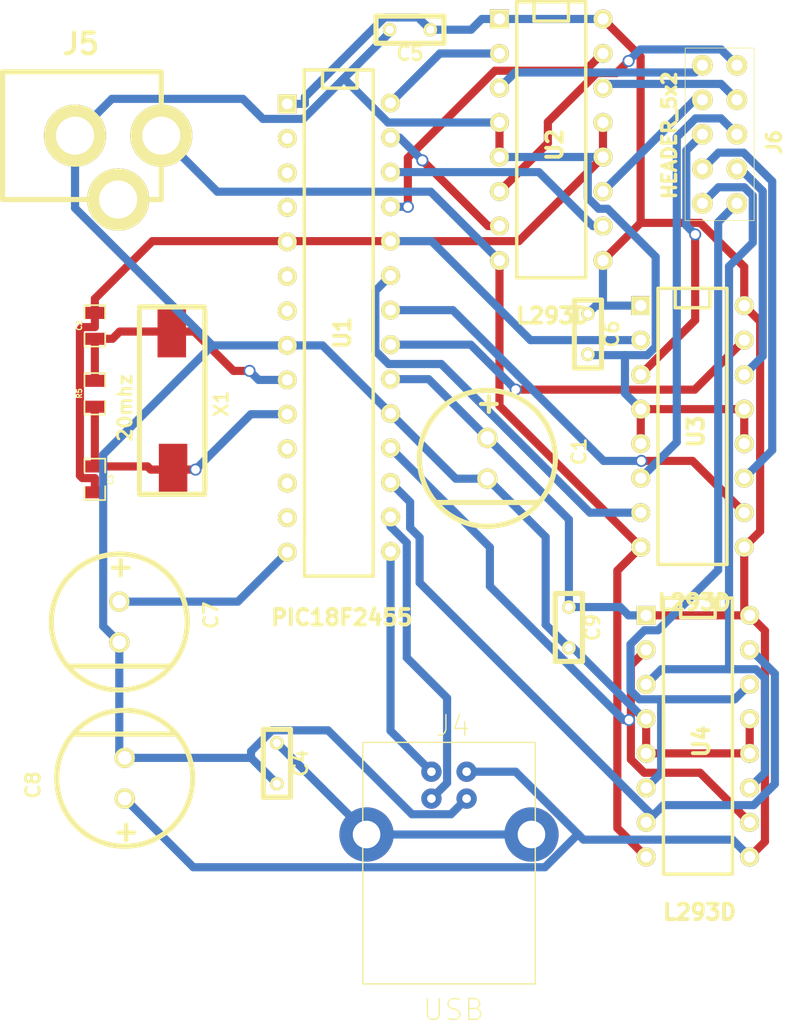
<source format=kicad_pcb>
(kicad_pcb (version 3) (host pcbnew "(2013-08-24 BZR 4298)-stable")

  (general
    (links 141)
    (no_connects 0)
    (area 36.417499 73.8904 94.64312 150.05653)
    (thickness 1.6)
    (drawings 0)
    (tracks 275)
    (zones 0)
    (modules 18)
    (nets 30)
  )

  (page A)
  (title_block
    (date "25 aug 2013")
  )

  (layers
    (15 Component signal)
    (0 Copper signal)
    (16 B.Adhes user)
    (17 F.Adhes user)
    (18 B.Paste user)
    (19 F.Paste user)
    (20 B.SilkS user)
    (21 F.SilkS user)
    (22 B.Mask user)
    (23 F.Mask user)
    (24 Dwgs.User user)
    (25 Cmts.User user)
    (26 Eco1.User user)
    (27 Eco2.User user)
    (28 Edge.Cuts user)
  )

  (setup
    (last_trace_width 0.5)
    (user_trace_width 0.5)
    (user_trace_width 0.6)
    (user_trace_width 0.7)
    (user_trace_width 0.8)
    (user_trace_width 0.9)
    (user_trace_width 1)
    (user_trace_width 1.5)
    (user_trace_width 2)
    (trace_clearance 0.3)
    (zone_clearance 0.508)
    (zone_45_only no)
    (trace_min 0.5)
    (segment_width 0.254)
    (edge_width 0.09906)
    (via_size 0.889)
    (via_drill 0.635)
    (via_min_size 0.889)
    (via_min_drill 0.508)
    (uvia_size 0.508)
    (uvia_drill 0.127)
    (uvias_allowed no)
    (uvia_min_size 0.508)
    (uvia_min_drill 0.127)
    (pcb_text_width 0.3048)
    (pcb_text_size 1.524 2.032)
    (mod_edge_width 0.127)
    (mod_text_size 1.524 1.524)
    (mod_text_width 0.09906)
    (pad_size 1.397 1.397)
    (pad_drill 0.8128)
    (pad_to_mask_clearance 0.2)
    (pad_to_paste_clearance_ratio -0.3)
    (aux_axis_origin 0 0)
    (visible_elements 7FFFFFFF)
    (pcbplotparams
      (layerselection 268992513)
      (usegerberextensions true)
      (excludeedgelayer true)
      (linewidth 0.100000)
      (plotframeref false)
      (viasonmask false)
      (mode 1)
      (useauxorigin false)
      (hpglpennumber 1)
      (hpglpenspeed 20)
      (hpglpendiameter 15)
      (hpglpenoverlay 2)
      (psnegative false)
      (psa4output false)
      (plotreference true)
      (plotvalue true)
      (plotothertext true)
      (plotinvisibletext false)
      (padsonsilk false)
      (subtractmaskfromsilk false)
      (outputformat 1)
      (mirror false)
      (drillshape 0)
      (scaleselection 1)
      (outputdirectory ""))
  )

  (net 0 "")
  (net 1 +5v)
  (net 2 /D+)
  (net 3 /D-)
  (net 4 /OSC1)
  (net 5 /OSC2)
  (net 6 /USB_SHELL)
  (net 7 /Vusb)
  (net 8 GND)
  (net 9 M1+)
  (net 10 M1-)
  (net 11 M2+)
  (net 12 M2-)
  (net 13 M3+)
  (net 14 M3-)
  (net 15 M4+)
  (net 16 M4-)
  (net 17 M5+)
  (net 18 M5-)
  (net 19 RB0)
  (net 20 RB1)
  (net 21 RB2)
  (net 22 RB3)
  (net 23 RB4)
  (net 24 RB5)
  (net 25 RB6)
  (net 26 RB7)
  (net 27 RC6)
  (net 28 RC7)
  (net 29 Vcc)

  (net_class Default "This is the default net class."
    (clearance 0.3)
    (trace_width 0.6)
    (via_dia 0.889)
    (via_drill 0.635)
    (uvia_dia 0.508)
    (uvia_drill 0.127)
    (add_net "")
    (add_net +5v)
    (add_net /D+)
    (add_net /D-)
    (add_net /OSC1)
    (add_net /OSC2)
    (add_net /USB_SHELL)
    (add_net /Vusb)
    (add_net GND)
    (add_net M1+)
    (add_net M1-)
    (add_net M2+)
    (add_net M2-)
    (add_net M3+)
    (add_net M3-)
    (add_net M4+)
    (add_net M4-)
    (add_net M5+)
    (add_net M5-)
    (add_net RB0)
    (add_net RB1)
    (add_net RB2)
    (add_net RB3)
    (add_net RB4)
    (add_net RB5)
    (add_net RB6)
    (add_net RB7)
    (add_net RC6)
    (add_net RC7)
    (add_net Vcc)
  )

  (net_class .5mm ""
    (clearance 0.3)
    (trace_width 0.5)
    (via_dia 0.889)
    (via_drill 0.635)
    (uvia_dia 0.508)
    (uvia_drill 0.127)
  )

  (net_class 1.5mm ""
    (clearance 0.3)
    (trace_width 1.5)
    (via_dia 0.889)
    (via_drill 0.635)
    (uvia_dia 0.508)
    (uvia_drill 0.127)
  )

  (net_class 1mm ""
    (clearance 0.3)
    (trace_width 1)
    (via_dia 0.889)
    (via_drill 0.635)
    (uvia_dia 0.508)
    (uvia_drill 0.127)
  )

  (module TED_DC_2.1mm (layer Component) (tedit 522C9BB5) (tstamp 522E547F)
    (at 42.75 84.6)
    (path /4C0428BF)
    (fp_text reference J5 (at -0.0762 -6.7564) (layer F.SilkS)
      (effects (font (thickness 0.3048)))
    )
    (fp_text value DC_2.1MM (at 1.1684 8.7122) (layer F.SilkS) hide
      (effects (font (thickness 0.3048)))
    )
    (fp_line (start -5.842 -4.699) (end -5.842 4.699) (layer F.SilkS) (width 0.381))
    (fp_line (start -5.842 4.699) (end 5.842 4.699) (layer F.SilkS) (width 0.381))
    (fp_line (start 5.842 4.699) (end 5.842 -4.699) (layer F.SilkS) (width 0.381))
    (fp_line (start 5.842 -4.699) (end -5.842 -4.699) (layer F.SilkS) (width 0.381))
    (pad 1 thru_hole circle (at 5.842 0) (size 4.572 4.572) (drill 2.8)
      (layers *.Mask Copper F.SilkS)
      (net 29 Vcc)
      (clearance 1)
    )
    (pad 2 thru_hole circle (at -0.508 0) (size 4.572 4.572) (drill 2.8)
      (layers *.Mask Copper F.SilkS)
      (net 8 GND)
      (clearance 1)
    )
    (pad 3 thru_hole circle (at 2.667 4.699) (size 4.572 4.572) (drill 2.8)
      (layers *.Mask Copper F.SilkS)
      (clearance 1)
    )
  )

  (module TED_ceramic_radial_5mm (layer Component) (tedit 522C9B09) (tstamp 522E5476)
    (at 78.6 120.8 270)
    (descr "Condensateur e = 1 pas")
    (tags C)
    (path /522E26C4)
    (fp_text reference C9 (at 0 -1.75 270) (layer F.SilkS)
      (effects (font (size 1.016 1.016) (thickness 0.2032)))
    )
    (fp_text value ".1 uF" (at 0.25 2 270) (layer F.SilkS) hide
      (effects (font (size 1.016 1.016) (thickness 0.2032)))
    )
    (fp_line (start 2.5 1) (end -2.5 1) (layer F.SilkS) (width 0.381))
    (fp_line (start -2.5 -1) (end 2.5 -1) (layer F.SilkS) (width 0.381))
    (fp_line (start 2.5 -1) (end 2.5 1) (layer F.SilkS) (width 0.381))
    (fp_line (start -2.5 1) (end -2.5 -1) (layer F.SilkS) (width 0.381))
    (pad 1 thru_hole circle (at -1.5 0 270) (size 1 1) (drill 0.6)
      (layers *.Mask Copper F.SilkS)
      (net 1 +5v)
      (clearance 1)
    )
    (pad 2 thru_hole circle (at 1.5 0 270) (size 1 1) (drill 0.6)
      (layers *.Mask Copper F.SilkS)
      (net 8 GND)
      (clearance 1)
    )
    (model discret/capa_1_pas.wrl
      (at (xyz 0 0 0))
      (scale (xyz 1 1 1))
      (rotate (xyz 0 0 0))
    )
  )

  (module TED_C_RADIAL_ELECTROLYTIC_5mm (layer Component) (tedit 522C9B3A) (tstamp 522E546E)
    (at 45.9 131.9 90)
    (descr "Condensateur e = 1 pas")
    (tags C)
    (path /4B3B18A6)
    (fp_text reference C8 (at -0.5 -6.75 90) (layer F.SilkS)
      (effects (font (size 1.016 1.016) (thickness 0.2032)))
    )
    (fp_text value 10uF (at 0 7.25 90) (layer F.SilkS) hide
      (effects (font (size 1.016 1.016) (thickness 0.2032)))
    )
    (fp_line (start 3.25 -3.75) (end 3.25 3.75) (layer F.SilkS) (width 0.381))
    (fp_circle (center 0 0) (end 5 0.25) (layer F.SilkS) (width 0.381))
    (fp_text user + (at -4 0 90) (layer F.SilkS)
      (effects (font (thickness 0.3048)))
    )
    (pad 1 thru_hole circle (at -1.5 0 90) (size 1.5 1.5) (drill 1)
      (layers *.Mask Copper F.SilkS)
      (net 1 +5v)
      (clearance 0.75)
    )
    (pad 2 thru_hole circle (at 1.5 0 90) (size 1.5 1.5) (drill 1)
      (layers *.Mask Copper F.SilkS)
      (net 8 GND)
      (clearance 0.75)
    )
    (model discret/capa_1_pas.wrl
      (at (xyz 0 0 0))
      (scale (xyz 1 1 1))
      (rotate (xyz 0 0 0))
    )
  )

  (module TED_C_RADIAL_ELECTROLYTIC_5mm (layer Component) (tedit 522C9B3A) (tstamp 522E5466)
    (at 45.5 120.4 270)
    (descr "Condensateur e = 1 pas")
    (tags C)
    (path /4B3B18ED)
    (fp_text reference C7 (at -0.5 -6.75 270) (layer F.SilkS)
      (effects (font (size 1.016 1.016) (thickness 0.2032)))
    )
    (fp_text value .47uF (at 0 7.25 270) (layer F.SilkS) hide
      (effects (font (size 1.016 1.016) (thickness 0.2032)))
    )
    (fp_line (start 3.25 -3.75) (end 3.25 3.75) (layer F.SilkS) (width 0.381))
    (fp_circle (center 0 0) (end 5 0.25) (layer F.SilkS) (width 0.381))
    (fp_text user + (at -4 0 270) (layer F.SilkS)
      (effects (font (thickness 0.3048)))
    )
    (pad 1 thru_hole circle (at -1.5 0 270) (size 1.5 1.5) (drill 1)
      (layers *.Mask Copper F.SilkS)
      (net 7 /Vusb)
      (clearance 0.75)
    )
    (pad 2 thru_hole circle (at 1.5 0 270) (size 1.5 1.5) (drill 1)
      (layers *.Mask Copper F.SilkS)
      (net 8 GND)
      (clearance 0.75)
    )
    (model discret/capa_1_pas.wrl
      (at (xyz 0 0 0))
      (scale (xyz 1 1 1))
      (rotate (xyz 0 0 0))
    )
  )

  (module TED_ceramic_radial_5mm (layer Component) (tedit 522C9B09) (tstamp 522E5465)
    (at 80 99.2 270)
    (descr "Condensateur e = 1 pas")
    (tags C)
    (path /522E2BAC)
    (fp_text reference C6 (at 0 -1.75 270) (layer F.SilkS)
      (effects (font (size 1.016 1.016) (thickness 0.2032)))
    )
    (fp_text value ".1 uF" (at 0.25 2 270) (layer F.SilkS) hide
      (effects (font (size 1.016 1.016) (thickness 0.2032)))
    )
    (fp_line (start 2.5 1) (end -2.5 1) (layer F.SilkS) (width 0.381))
    (fp_line (start -2.5 -1) (end 2.5 -1) (layer F.SilkS) (width 0.381))
    (fp_line (start 2.5 -1) (end 2.5 1) (layer F.SilkS) (width 0.381))
    (fp_line (start -2.5 1) (end -2.5 -1) (layer F.SilkS) (width 0.381))
    (pad 1 thru_hole circle (at -1.5 0 270) (size 1 1) (drill 0.6)
      (layers *.Mask Copper F.SilkS)
      (net 1 +5v)
      (clearance 1)
    )
    (pad 2 thru_hole circle (at 1.5 0 270) (size 1 1) (drill 0.6)
      (layers *.Mask Copper F.SilkS)
      (net 8 GND)
      (clearance 1)
    )
    (model discret/capa_1_pas.wrl
      (at (xyz 0 0 0))
      (scale (xyz 1 1 1))
      (rotate (xyz 0 0 0))
    )
  )

  (module TED_ceramic_radial_5mm (layer Component) (tedit 522C9B09) (tstamp 522E545B)
    (at 66.9 76.8 180)
    (descr "Condensateur e = 1 pas")
    (tags C)
    (path /522E2C66)
    (fp_text reference C5 (at 0 -1.75 180) (layer F.SilkS)
      (effects (font (size 1.016 1.016) (thickness 0.2032)))
    )
    (fp_text value ".1 uF" (at 0.25 2 180) (layer F.SilkS) hide
      (effects (font (size 1.016 1.016) (thickness 0.2032)))
    )
    (fp_line (start 2.5 1) (end -2.5 1) (layer F.SilkS) (width 0.381))
    (fp_line (start -2.5 -1) (end 2.5 -1) (layer F.SilkS) (width 0.381))
    (fp_line (start 2.5 -1) (end 2.5 1) (layer F.SilkS) (width 0.381))
    (fp_line (start -2.5 1) (end -2.5 -1) (layer F.SilkS) (width 0.381))
    (pad 1 thru_hole circle (at -1.5 0 180) (size 1 1) (drill 0.6)
      (layers *.Mask Copper F.SilkS)
      (net 1 +5v)
      (clearance 1)
    )
    (pad 2 thru_hole circle (at 1.5 0 180) (size 1 1) (drill 0.6)
      (layers *.Mask Copper F.SilkS)
      (net 8 GND)
      (clearance 1)
    )
    (model discret/capa_1_pas.wrl
      (at (xyz 0 0 0))
      (scale (xyz 1 1 1))
      (rotate (xyz 0 0 0))
    )
  )

  (module TED_ceramic_radial_5mm (layer Component) (tedit 522C9B09) (tstamp 522E5449)
    (at 57.1 130.8 270)
    (descr "Condensateur e = 1 pas")
    (tags C)
    (path /4B07A1B2)
    (fp_text reference C4 (at 0 -1.75 270) (layer F.SilkS)
      (effects (font (size 1.016 1.016) (thickness 0.2032)))
    )
    (fp_text value .1uF (at 0.25 2 270) (layer F.SilkS) hide
      (effects (font (size 1.016 1.016) (thickness 0.2032)))
    )
    (fp_line (start 2.5 1) (end -2.5 1) (layer F.SilkS) (width 0.381))
    (fp_line (start -2.5 -1) (end 2.5 -1) (layer F.SilkS) (width 0.381))
    (fp_line (start 2.5 -1) (end 2.5 1) (layer F.SilkS) (width 0.381))
    (fp_line (start -2.5 1) (end -2.5 -1) (layer F.SilkS) (width 0.381))
    (pad 1 thru_hole circle (at -1.5 0 270) (size 1 1) (drill 0.6)
      (layers *.Mask Copper F.SilkS)
      (net 6 /USB_SHELL)
      (clearance 1)
    )
    (pad 2 thru_hole circle (at 1.5 0 270) (size 1 1) (drill 0.6)
      (layers *.Mask Copper F.SilkS)
      (net 8 GND)
      (clearance 1)
    )
    (model discret/capa_1_pas.wrl
      (at (xyz 0 0 0))
      (scale (xyz 1 1 1))
      (rotate (xyz 0 0 0))
    )
  )

  (module TED_C_RADIAL_ELECTROLYTIC_5mm (layer Component) (tedit 522C9B3A) (tstamp 522E5441)
    (at 72.6 108.35 270)
    (descr "Condensateur e = 1 pas")
    (tags C)
    (path /4AE126E3)
    (fp_text reference C1 (at -0.5 -6.75 270) (layer F.SilkS)
      (effects (font (size 1.016 1.016) (thickness 0.2032)))
    )
    (fp_text value 10uF (at 0 7.25 270) (layer F.SilkS) hide
      (effects (font (size 1.016 1.016) (thickness 0.2032)))
    )
    (fp_line (start 3.25 -3.75) (end 3.25 3.75) (layer F.SilkS) (width 0.381))
    (fp_circle (center 0 0) (end 5 0.25) (layer F.SilkS) (width 0.381))
    (fp_text user + (at -4 0 270) (layer F.SilkS)
      (effects (font (thickness 0.3048)))
    )
    (pad 1 thru_hole circle (at -1.5 0 270) (size 1.5 1.5) (drill 1)
      (layers *.Mask Copper F.SilkS)
      (net 1 +5v)
      (clearance 0.75)
    )
    (pad 2 thru_hole circle (at 1.5 0 270) (size 1.5 1.5) (drill 1)
      (layers *.Mask Copper F.SilkS)
      (net 8 GND)
      (clearance 0.75)
    )
    (model discret/capa_1_pas.wrl
      (at (xyz 0 0 0))
      (scale (xyz 1 1 1))
      (rotate (xyz 0 0 0))
    )
  )

  (module TED_SM0805 (layer Component) (tedit 522E5F71) (tstamp 4AE127E1)
    (at 43.7 98.6 90)
    (path /4AE127E1)
    (attr smd)
    (fp_text reference C2 (at 0.0254 -1.14808 90) (layer F.SilkS)
      (effects (font (size 0.381 0.381) (thickness 0.09398)))
    )
    (fp_text value 18pF (at 0.10668 1.19888 90) (layer F.SilkS) hide
      (effects (font (size 0.381 0.381) (thickness 0.09398)))
    )
    (fp_line (start -0.508 0.762) (end -1.524 0.762) (layer F.SilkS) (width 0.127))
    (fp_line (start -1.524 0.762) (end -1.524 -0.762) (layer F.SilkS) (width 0.127))
    (fp_line (start -1.524 -0.762) (end -0.508 -0.762) (layer F.SilkS) (width 0.127))
    (fp_line (start 0.508 -0.762) (end 1.524 -0.762) (layer F.SilkS) (width 0.127))
    (fp_line (start 1.524 -0.762) (end 1.524 0.762) (layer F.SilkS) (width 0.127))
    (fp_line (start 1.524 0.762) (end 0.508 0.762) (layer F.SilkS) (width 0.127))
    (pad 1 smd rect (at -0.9525 0 90) (size 0.889 1.397)
      (layers Component F.Paste F.Mask)
      (net 4 /OSC1)
    )
    (pad 2 smd rect (at 0.9525 0 90) (size 0.889 1.397)
      (layers Component F.Paste F.Mask)
      (net 8 GND)
    )
    (model smd/chip_cms.wrl
      (at (xyz 0 0 0))
      (scale (xyz 0.1 0.1 0.1))
      (rotate (xyz 0 0 0))
    )
  )

  (module TED_SM0805 (layer Component) (tedit 522E5F71) (tstamp 4AE127E6)
    (at 43.7 109.9 270)
    (path /4AE127E6)
    (attr smd)
    (fp_text reference C3 (at 0.0254 -1.14808 270) (layer F.SilkS)
      (effects (font (size 0.381 0.381) (thickness 0.09398)))
    )
    (fp_text value 18pF (at 0.10668 1.19888 270) (layer F.SilkS) hide
      (effects (font (size 0.381 0.381) (thickness 0.09398)))
    )
    (fp_line (start -0.508 0.762) (end -1.524 0.762) (layer F.SilkS) (width 0.127))
    (fp_line (start -1.524 0.762) (end -1.524 -0.762) (layer F.SilkS) (width 0.127))
    (fp_line (start -1.524 -0.762) (end -0.508 -0.762) (layer F.SilkS) (width 0.127))
    (fp_line (start 0.508 -0.762) (end 1.524 -0.762) (layer F.SilkS) (width 0.127))
    (fp_line (start 1.524 -0.762) (end 1.524 0.762) (layer F.SilkS) (width 0.127))
    (fp_line (start 1.524 0.762) (end 0.508 0.762) (layer F.SilkS) (width 0.127))
    (pad 1 smd rect (at -0.9525 0 270) (size 0.889 1.397)
      (layers Component F.Paste F.Mask)
      (net 5 /OSC2)
    )
    (pad 2 smd rect (at 0.9525 0 270) (size 0.889 1.397)
      (layers Component F.Paste F.Mask)
      (net 8 GND)
    )
    (model smd/chip_cms.wrl
      (at (xyz 0 0 0))
      (scale (xyz 0.1 0.1 0.1))
      (rotate (xyz 0 0 0))
    )
  )

  (module TED_crystal_SMT_13x5mm (layer Component) (tedit 4C13C050) (tstamp 4AE126A1)
    (at 49.4 104.1 270)
    (path /4AE126A1)
    (fp_text reference X1 (at 0.2286 -3.60172 270) (layer F.SilkS)
      (effects (font (size 1.00076 1.00076) (thickness 0.20066)))
    )
    (fp_text value 20mhz (at 0.5334 3.47472 270) (layer F.SilkS)
      (effects (font (size 1.00076 1.00076) (thickness 0.20066)))
    )
    (fp_line (start 6.89356 -2.3876) (end 6.89356 2.41808) (layer F.SilkS) (width 0.381))
    (fp_line (start -6.89356 -2.37236) (end -6.89356 2.43332) (layer F.SilkS) (width 0.381))
    (fp_line (start -6.59892 2.41808) (end 6.61416 2.41808) (layer F.SilkS) (width 0.381))
    (fp_line (start -6.604 -2.40284) (end 6.60908 -2.40284) (layer F.SilkS) (width 0.381))
    (pad 1 smd rect (at -5.08 0.03556 270) (size 3.79984 2.10058)
      (layers Component F.Paste F.Mask)
      (net 4 /OSC1)
    )
    (pad 2 smd rect (at 5.08 -0.06096 270) (size 3.79984 2.10058)
      (layers Component F.Paste F.Mask)
      (net 5 /OSC2)
    )
  )

  (module TED_SM0805 (layer Component) (tedit 522E5F71) (tstamp 4B3B1861)
    (at 43.7 103.6 90)
    (path /4B3B1861)
    (attr smd)
    (fp_text reference R5 (at 0.0254 -1.14808 90) (layer F.SilkS)
      (effects (font (size 0.381 0.381) (thickness 0.09398)))
    )
    (fp_text value 1M (at 0.10668 1.19888 90) (layer F.SilkS) hide
      (effects (font (size 0.381 0.381) (thickness 0.09398)))
    )
    (fp_line (start -0.508 0.762) (end -1.524 0.762) (layer F.SilkS) (width 0.127))
    (fp_line (start -1.524 0.762) (end -1.524 -0.762) (layer F.SilkS) (width 0.127))
    (fp_line (start -1.524 -0.762) (end -0.508 -0.762) (layer F.SilkS) (width 0.127))
    (fp_line (start 0.508 -0.762) (end 1.524 -0.762) (layer F.SilkS) (width 0.127))
    (fp_line (start 1.524 -0.762) (end 1.524 0.762) (layer F.SilkS) (width 0.127))
    (fp_line (start 1.524 0.762) (end 0.508 0.762) (layer F.SilkS) (width 0.127))
    (pad 1 smd rect (at -0.9525 0 90) (size 0.889 1.397)
      (layers Component F.Paste F.Mask)
      (net 5 /OSC2)
    )
    (pad 2 smd rect (at 0.9525 0 90) (size 0.889 1.397)
      (layers Component F.Paste F.Mask)
      (net 4 /OSC1)
    )
    (model smd/chip_cms.wrl
      (at (xyz 0 0 0))
      (scale (xyz 0.1 0.1 0.1))
      (rotate (xyz 0 0 0))
    )
  )

  (module TED_HEADER_5x2 (layer Component) (tedit 523861B9) (tstamp 5219732B)
    (at 89.7 84.5 270)
    (path /5219732B)
    (fp_text reference J6 (at 0.57658 -4.00812 270) (layer F.SilkS)
      (effects (font (size 1.016 1.016) (thickness 0.254)))
    )
    (fp_text value HEADER_5x2 (at 0.07366 3.70332 270) (layer F.SilkS)
      (effects (font (size 1.016 1.016) (thickness 0.254)))
    )
    (fp_line (start 6.35 2.54) (end -6.35 2.54) (layer F.SilkS) (width 0.0508))
    (fp_line (start -6.35 2.54) (end -6.35 -2.54) (layer F.SilkS) (width 0.0508))
    (fp_line (start -6.35 -2.54) (end 6.35 -2.54) (layer F.SilkS) (width 0.0508))
    (fp_line (start 6.35 -2.54) (end 6.35 2.54) (layer F.SilkS) (width 0.0508))
    (pad 1 thru_hole circle (at -5.08 1.27 270) (size 1.524 1.524) (drill 0.8128)
      (layers *.Mask Copper F.SilkS)
      (net 9 M1+)
      (clearance 0.3)
    )
    (pad 2 thru_hole circle (at -2.54 1.27 270) (size 1.524 1.524) (drill 0.8128)
      (layers *.Mask Copper F.SilkS)
      (net 11 M2+)
      (clearance 0.3)
    )
    (pad 3 thru_hole circle (at 0 1.27 270) (size 1.524 1.524) (drill 0.8128)
      (layers *.Mask Copper F.SilkS)
      (net 13 M3+)
      (clearance 0.3)
    )
    (pad 4 thru_hole circle (at 2.54 1.27 270) (size 1.524 1.524) (drill 0.8128)
      (layers *.Mask Copper F.SilkS)
      (net 15 M4+)
      (clearance 0.3)
    )
    (pad 5 thru_hole circle (at 5.08 1.27 270) (size 1.524 1.524) (drill 0.8128)
      (layers *.Mask Copper F.SilkS)
      (net 17 M5+)
      (clearance 0.3)
    )
    (pad 6 thru_hole circle (at 5.08 -1.27 270) (size 1.524 1.524) (drill 0.8128)
      (layers *.Mask Copper F.SilkS)
      (net 18 M5-)
      (clearance 0.3)
    )
    (pad 7 thru_hole circle (at 2.54 -1.27 270) (size 1.524 1.524) (drill 0.8128)
      (layers *.Mask Copper F.SilkS)
      (net 16 M4-)
      (clearance 0.3)
    )
    (pad 8 thru_hole circle (at 0 -1.27 270) (size 1.524 1.524) (drill 0.8128)
      (layers *.Mask Copper F.SilkS)
      (net 14 M3-)
      (clearance 0.3)
    )
    (pad 9 thru_hole circle (at -2.54 -1.27 270) (size 1.524 1.524) (drill 0.8128)
      (layers *.Mask Copper F.SilkS)
      (net 12 M2-)
      (clearance 0.3)
    )
    (pad 10 thru_hole circle (at -5.08 -1.27 270) (size 1.524 1.524) (drill 0.8128)
      (layers *.Mask Copper F.SilkS)
      (net 10 M1-)
      (clearance 0.3)
    )
  )

  (module TED_DIP-28 (layer Component) (tedit 5238609E) (tstamp 4BB06042)
    (at 61.6752 98.7338 270)
    (descr "14 pins DIL package, round pads")
    (tags DIL)
    (path /4BB06042)
    (fp_text reference U1 (at 0.381 -0.254 270) (layer F.SilkS)
      (effects (font (size 1.143 1.143) (thickness 0.28702)))
    )
    (fp_text value PIC18F2455 (at 21.336 -0.20828 360) (layer F.SilkS)
      (effects (font (size 1.143 1.143) (thickness 0.28448)))
    )
    (fp_line (start -18.9738 -2.51968) (end 18.31848 -2.5146) (layer F.SilkS) (width 0.254))
    (fp_line (start 18.3134 2.53492) (end -18.9992 2.56032) (layer F.SilkS) (width 0.254))
    (fp_line (start -19.00936 -2.45872) (end -18.95348 -2.45872) (layer F.SilkS) (width 0.127))
    (fp_line (start -18.9738 2.55016) (end -18.9738 -2.52984) (layer F.SilkS) (width 0.254))
    (fp_line (start -18.90268 -1.32588) (end -17.63268 -1.32588) (layer F.SilkS) (width 0.254))
    (fp_line (start -17.63268 -1.32588) (end -17.63268 1.21412) (layer F.SilkS) (width 0.254))
    (fp_line (start -17.63268 1.21412) (end -18.90268 1.21412) (layer F.SilkS) (width 0.254))
    (fp_line (start 18.288 -2.54) (end 18.288 2.54) (layer F.SilkS) (width 0.254))
    (pad 21 thru_hole circle (at 1.24968 -3.79476 270) (size 1.397 1.397) (drill 0.8)
      (layers *.Mask Copper F.SilkS)
      (net 19 RB0)
      (clearance 0.3)
    )
    (pad 20 thru_hole circle (at 3.78968 -3.79476 270) (size 1.397 1.397) (drill 0.8)
      (layers *.Mask Copper F.SilkS)
      (net 1 +5v)
      (clearance 0.3)
    )
    (pad 22 thru_hole circle (at -1.29032 -3.79476 270) (size 1.397 1.397) (drill 0.8)
      (layers *.Mask Copper F.SilkS)
      (net 20 RB1)
      (clearance 0.3)
    )
    (pad 23 thru_hole circle (at -3.83032 -3.79476 270) (size 1.397 1.397) (drill 0.8)
      (layers *.Mask Copper F.SilkS)
      (net 21 RB2)
      (clearance 0.3)
    )
    (pad 24 thru_hole circle (at -6.37032 -3.79476 270) (size 1.397 1.397) (drill 0.8)
      (layers *.Mask Copper F.SilkS)
      (net 22 RB3)
      (clearance 0.3)
    )
    (pad 25 thru_hole circle (at -8.91032 -3.79476 270) (size 1.397 1.397) (drill 0.8)
      (layers *.Mask Copper F.SilkS)
      (net 23 RB4)
      (clearance 0.3)
    )
    (pad 26 thru_hole circle (at -11.45032 -3.79476 270) (size 1.397 1.397) (drill 0.8)
      (layers *.Mask Copper F.SilkS)
      (net 24 RB5)
      (clearance 0.3)
    )
    (pad 27 thru_hole circle (at -13.99032 -3.79476 270) (size 1.397 1.397) (drill 0.8)
      (layers *.Mask Copper F.SilkS)
      (net 25 RB6)
      (clearance 0.3)
    )
    (pad 19 thru_hole circle (at 6.31444 -3.79476 270) (size 1.397 1.397) (drill 0.8)
      (layers *.Mask Copper F.SilkS)
      (net 8 GND)
      (clearance 0.3)
    )
    (pad 18 thru_hole circle (at 8.85444 -3.79476 270) (size 1.397 1.397) (drill 0.8)
      (layers *.Mask Copper F.SilkS)
      (net 28 RC7)
      (clearance 0.3)
    )
    (pad 17 thru_hole circle (at 11.39444 -3.79476 270) (size 1.397 1.397) (drill 0.8)
      (layers *.Mask Copper F.SilkS)
      (net 27 RC6)
      (clearance 0.3)
    )
    (pad 15 thru_hole circle (at 16.47444 -3.79476 270) (size 1.397 1.397) (drill 0.8)
      (layers *.Mask Copper F.SilkS)
      (net 3 /D-)
      (clearance 0.3)
    )
    (pad 16 thru_hole circle (at 13.93444 -3.79476 270) (size 1.397 1.397) (drill 0.8)
      (layers *.Mask Copper F.SilkS)
      (net 2 /D+)
      (clearance 0.3)
    )
    (pad 13 thru_hole circle (at 13.99032 3.81 270) (size 1.397 1.397) (drill 0.8)
      (layers *.Mask Copper F.SilkS)
      (clearance 0.3)
    )
    (pad 14 thru_hole circle (at 16.53032 3.81 270) (size 1.397 1.397) (drill 0.8)
      (layers *.Mask Copper F.SilkS)
      (net 7 /Vusb)
      (clearance 0.3)
    )
    (pad 12 thru_hole circle (at 11.45032 3.81 270) (size 1.397 1.397) (drill 0.8)
      (layers *.Mask Copper F.SilkS)
      (clearance 0.3)
    )
    (pad 11 thru_hole circle (at 8.91032 3.81 270) (size 1.397 1.397) (drill 0.8)
      (layers *.Mask Copper F.SilkS)
      (clearance 0.3)
    )
    (pad 10 thru_hole circle (at 6.37032 3.81 270) (size 1.397 1.397) (drill 0.8)
      (layers *.Mask Copper F.SilkS)
      (net 5 /OSC2)
      (clearance 0.3)
    )
    (pad 28 thru_hole circle (at -16.54048 -3.7846 270) (size 1.397 1.397) (drill 0.8)
      (layers *.Mask Copper F.SilkS)
      (net 26 RB7)
      (clearance 0.3)
    )
    (pad 1 thru_hole rect (at -16.47444 3.81 270) (size 1.397 1.397) (drill 0.8)
      (layers *.Mask Copper F.SilkS)
      (net 1 +5v)
      (clearance 0.3)
    )
    (pad 2 thru_hole circle (at -13.93444 3.81 270) (size 1.397 1.397) (drill 0.8)
      (layers *.Mask Copper F.SilkS)
      (clearance 0.3)
    )
    (pad 3 thru_hole circle (at -11.39444 3.81 270) (size 1.397 1.397) (drill 0.8)
      (layers *.Mask Copper F.SilkS)
      (clearance 0.3)
    )
    (pad 4 thru_hole circle (at -8.85444 3.81 270) (size 1.397 1.397) (drill 0.8)
      (layers *.Mask Copper F.SilkS)
      (clearance 0.3)
    )
    (pad 5 thru_hole circle (at -6.31444 3.81 270) (size 1.397 1.397) (drill 0.8)
      (layers *.Mask Copper F.SilkS)
      (clearance 0.3)
    )
    (pad 6 thru_hole circle (at -3.77444 3.81 270) (size 1.397 1.397) (drill 0.8)
      (layers *.Mask Copper F.SilkS)
      (clearance 0.3)
    )
    (pad 7 thru_hole circle (at -1.23444 3.81 270) (size 1.397 1.397) (drill 0.8)
      (layers *.Mask Copper F.SilkS)
      (clearance 0.3)
    )
    (pad 9 thru_hole circle (at 3.84556 3.81 270) (size 1.397 1.397) (drill 0.8)
      (layers *.Mask Copper F.SilkS)
      (net 4 /OSC1)
      (clearance 0.3)
    )
    (pad 8 thru_hole circle (at 1.30556 3.81 270) (size 1.397 1.397) (drill 0.8)
      (layers *.Mask Copper F.SilkS)
      (net 8 GND)
      (clearance 0.3)
    )
    (model dil/dil_14.wrl
      (at (xyz 0 0 0))
      (scale (xyz 1 1 1))
      (rotate (xyz 0 0 0))
    )
  )

  (module TED_USB-B_On_Component_Side (layer Component) (tedit 4AFB8F35) (tstamp 522E5992)
    (at 69.775 138.15)
    (path /4B07A153)
    (fp_text reference J4 (at 0.2794 -10.1092) (layer F.SilkS)
      (effects (font (thickness 0.09906)))
    )
    (fp_text value USB (at 0.3302 10.795) (layer F.SilkS)
      (effects (font (thickness 0.09906)))
    )
    (fp_line (start -6.35 -8.89) (end 6.35 -8.89) (layer F.SilkS) (width 0.09906))
    (fp_line (start 6.35 -8.89) (end 6.35 8.89) (layer F.SilkS) (width 0.09906))
    (fp_line (start 6.35 8.89) (end -6.35 8.89) (layer F.SilkS) (width 0.09906))
    (fp_line (start -6.35 8.89) (end -6.35 -8.89) (layer F.SilkS) (width 0.09906))
    (pad 1 thru_hole circle (at 1.2954 -6.731) (size 1.4986 1.4986) (drill 0.635)
      (layers Copper)
      (net 1 +5v)
    )
    (pad 2 thru_hole circle (at -1.2954 -6.731) (size 1.4986 1.4986) (drill 0.635)
      (layers Copper)
      (net 3 /D-)
    )
    (pad 3 thru_hole circle (at -1.2954 -4.7498) (size 1.4986 1.4986) (drill 0.635)
      (layers Copper)
      (net 2 /D+)
    )
    (pad 4 thru_hole circle (at 1.2954 -4.7498) (size 1.4986 1.4986) (drill 0.635)
      (layers Copper)
      (net 8 GND)
    )
    (pad 5 thru_hole circle (at 6.0706 -2.1082) (size 4.0005 4.0005) (drill 2.032)
      (layers Copper)
      (net 6 /USB_SHELL)
    )
    (pad 5 thru_hole circle (at -6.0706 -2.1082) (size 4.0005 4.0005) (drill 2.032)
      (layers Copper)
      (net 6 /USB_SHELL)
    )
  )

  (module TED_DIP-16 (layer Component) (tedit 52386A53) (tstamp 522E5489)
    (at 77.3 84.9 270)
    (descr "14 pins DIL package, round pads")
    (tags DIL)
    (path /522E2C4C)
    (fp_text reference U2 (at 0.381 -0.254 270) (layer F.SilkS)
      (effects (font (size 1.143 1.143) (thickness 0.28575)))
    )
    (fp_text value L293D (at 12.954 -0.127 360) (layer F.SilkS)
      (effects (font (size 1.143 1.143) (thickness 0.28448)))
    )
    (fp_line (start -10.16 2.54) (end 10.16 2.54) (layer F.SilkS) (width 0.254))
    (fp_line (start -10.16 -2.54) (end 10.16 -2.54) (layer F.SilkS) (width 0.254))
    (fp_line (start -10.16 2.54) (end -10.16 -2.54) (layer F.SilkS) (width 0.254))
    (fp_line (start -10.003 -1.27) (end -8.733 -1.27) (layer F.SilkS) (width 0.254))
    (fp_line (start -8.733 -1.27) (end -8.733 1.27) (layer F.SilkS) (width 0.254))
    (fp_line (start -8.733 1.27) (end -10.003 1.27) (layer F.SilkS) (width 0.254))
    (fp_line (start 10.16 -2.54) (end 10.16 2.54) (layer F.SilkS) (width 0.254))
    (pad 13 thru_hole circle (at -1.27 -3.81 270) (size 1.397 1.397) (drill 0.8128)
      (layers *.Mask Copper F.SilkS)
      (net 8 GND)
      (clearance 0.3)
    )
    (pad 12 thru_hole circle (at 1.27 -3.81 270) (size 1.397 1.397) (drill 0.8128)
      (layers *.Mask Copper F.SilkS)
      (net 8 GND)
      (clearance 0.3)
    )
    (pad 11 thru_hole circle (at 3.81 -3.81 270) (size 1.397 1.397) (drill 0.8128)
      (layers *.Mask Copper F.SilkS)
      (net 11 M2+)
      (clearance 0.3)
    )
    (pad 10 thru_hole circle (at 6.35 -3.81 270) (size 1.397 1.397) (drill 0.8128)
      (layers *.Mask Copper F.SilkS)
      (net 24 RB5)
      (clearance 0.3)
    )
    (pad 9 thru_hole circle (at 8.89 -3.81 270) (size 1.397 1.397) (drill 0.8128)
      (layers *.Mask Copper F.SilkS)
      (net 1 +5v)
      (clearance 0.3)
    )
    (pad 16 thru_hole circle (at -8.89 -3.81 270) (size 1.397 1.397) (drill 0.8128)
      (layers *.Mask Copper F.SilkS)
      (net 1 +5v)
      (clearance 0.3)
    )
    (pad 15 thru_hole circle (at -6.35 -3.81 270) (size 1.397 1.397) (drill 0.8128)
      (layers *.Mask Copper F.SilkS)
      (net 23 RB4)
      (clearance 0.3)
    )
    (pad 1 thru_hole rect (at -8.89 3.81 270) (size 1.397 1.397) (drill 0.8128)
      (layers *.Mask Copper F.SilkS)
      (net 1 +5v)
      (clearance 0.3)
    )
    (pad 2 thru_hole circle (at -6.35 3.81 270) (size 1.397 1.397) (drill 0.8128)
      (layers *.Mask Copper F.SilkS)
      (net 26 RB7)
      (clearance 0.3)
    )
    (pad 3 thru_hole circle (at -3.81 3.81 270) (size 1.397 1.397) (drill 0.8128)
      (layers *.Mask Copper F.SilkS)
      (net 9 M1+)
      (clearance 0.3)
    )
    (pad 4 thru_hole circle (at -1.27 3.81 270) (size 1.397 1.397) (drill 0.8128)
      (layers *.Mask Copper F.SilkS)
      (net 8 GND)
      (clearance 0.3)
    )
    (pad 5 thru_hole circle (at 1.27 3.81 270) (size 1.397 1.397) (drill 0.8128)
      (layers *.Mask Copper F.SilkS)
      (net 8 GND)
      (clearance 0.3)
    )
    (pad 6 thru_hole circle (at 3.81 3.81 270) (size 1.397 1.397) (drill 0.8128)
      (layers *.Mask Copper F.SilkS)
      (net 10 M1-)
      (clearance 0.3)
    )
    (pad 7 thru_hole circle (at 6.35 3.81 270) (size 1.397 1.397) (drill 0.8128)
      (layers *.Mask Copper F.SilkS)
      (net 25 RB6)
      (clearance 0.3)
    )
    (pad 8 thru_hole circle (at 8.89 3.81 270) (size 1.397 1.397) (drill 0.8128)
      (layers *.Mask Copper F.SilkS)
      (net 29 Vcc)
      (clearance 0.3)
    )
    (pad 14 thru_hole circle (at -3.81 -3.81 270) (size 1.397 1.397) (drill 0.8128)
      (layers *.Mask Copper F.SilkS)
      (net 12 M2-)
      (clearance 0.3)
    )
    (pad 13 np_thru_hole circle (at -1.27 -3.81 270) (size 1.397 1.397) (drill 0.8128)
      (layers *.Cu)
      (net 8 GND)
      (clearance 0.3)
    )
    (pad 12 np_thru_hole circle (at 1.27 -3.81 270) (size 1.397 1.397) (drill 0.8128)
      (layers *.Cu)
      (net 8 GND)
      (clearance 0.3)
    )
    (pad 11 np_thru_hole circle (at 3.81 -3.81 270) (size 1.397 1.397) (drill 0.8128)
      (layers *.Cu)
      (net 11 M2+)
      (clearance 0.3)
    )
    (pad 10 np_thru_hole circle (at 6.35 -3.81 270) (size 1.397 1.397) (drill 0.8128)
      (layers *.Cu)
      (net 24 RB5)
      (clearance 0.3)
    )
    (pad 9 np_thru_hole circle (at 8.89 -3.81 270) (size 1.397 1.397) (drill 0.8128)
      (layers *.Cu)
      (net 1 +5v)
      (clearance 0.3)
    )
    (pad 16 np_thru_hole circle (at -8.89 -3.81 270) (size 1.397 1.397) (drill 0.8128)
      (layers *.Cu)
      (net 1 +5v)
      (clearance 0.3)
    )
    (pad 15 np_thru_hole circle (at -6.35 -3.81 270) (size 1.397 1.397) (drill 0.8128)
      (layers *.Cu)
      (net 23 RB4)
      (clearance 0.3)
    )
    (pad 1 np_thru_hole rect (at -8.89 3.81 270) (size 1.397 1.397) (drill 0.8128)
      (layers *.Cu)
      (net 1 +5v)
      (clearance 0.3)
    )
    (pad 2 np_thru_hole circle (at -6.35 3.81 270) (size 1.397 1.397) (drill 0.8128)
      (layers *.Cu)
      (net 26 RB7)
      (clearance 0.3)
    )
    (pad 3 np_thru_hole circle (at -3.81 3.81 270) (size 1.397 1.397) (drill 0.8128)
      (layers *.Cu)
      (net 9 M1+)
      (clearance 0.3)
    )
    (pad 4 np_thru_hole circle (at -1.27 3.81 270) (size 1.397 1.397) (drill 0.8128)
      (layers *.Cu)
      (net 8 GND)
      (clearance 0.3)
    )
    (pad 5 np_thru_hole circle (at 1.27 3.81 270) (size 1.397 1.397) (drill 0.8128)
      (layers *.Cu)
      (net 8 GND)
      (clearance 0.3)
    )
    (pad 6 np_thru_hole circle (at 3.81 3.81 270) (size 1.397 1.397) (drill 0.8128)
      (layers *.Cu)
      (net 10 M1-)
      (clearance 0.3)
    )
    (pad 7 np_thru_hole circle (at 6.35 3.81 270) (size 1.397 1.397) (drill 0.8128)
      (layers *.Cu)
      (net 25 RB6)
      (clearance 0.3)
    )
    (pad 8 np_thru_hole circle (at 8.89 3.81 270) (size 1.397 1.397) (drill 0.8128)
      (layers *.Cu)
      (net 29 Vcc)
      (clearance 0.3)
    )
    (pad 9 np_thru_hole circle (at 8.89 -3.81 270) (size 1.397 1.397) (drill 0.8128)
      (layers *.Cu)
      (net 1 +5v)
      (clearance 0.3)
    )
    (pad 10 np_thru_hole circle (at 6.35 -3.81 270) (size 1.397 1.397) (drill 0.8128)
      (layers *.Cu)
      (net 24 RB5)
      (clearance 0.3)
    )
    (pad 11 np_thru_hole circle (at 3.81 -3.81 270) (size 1.397 1.397) (drill 0.8128)
      (layers *.Cu)
      (net 11 M2+)
      (clearance 0.3)
    )
    (pad 12 np_thru_hole circle (at 1.27 -3.81 270) (size 1.397 1.397) (drill 0.8128)
      (layers *.Cu)
      (net 8 GND)
      (clearance 0.3)
    )
    (pad 13 np_thru_hole circle (at -1.27 -3.81 270) (size 1.397 1.397) (drill 0.8128)
      (layers *.Cu)
      (net 8 GND)
      (clearance 0.3)
    )
    (pad 14 np_thru_hole circle (at -3.81 -3.81 270) (size 1.397 1.397) (drill 0.8128)
      (layers *.Cu)
      (net 12 M2-)
      (clearance 0.3)
    )
    (model dil/dil_14.wrl
      (at (xyz 0 0 0))
      (scale (xyz 1 1 1))
      (rotate (xyz 0 0 0))
    )
  )

  (module TED_DIP-16 (layer Component) (tedit 52386A53) (tstamp 522E54A3)
    (at 87.7 106 270)
    (descr "14 pins DIL package, round pads")
    (tags DIL)
    (path /522E2B92)
    (fp_text reference U3 (at 0.381 -0.254 270) (layer F.SilkS)
      (effects (font (size 1.143 1.143) (thickness 0.28575)))
    )
    (fp_text value L293D (at 12.954 -0.127 360) (layer F.SilkS)
      (effects (font (size 1.143 1.143) (thickness 0.28448)))
    )
    (fp_line (start -10.16 2.54) (end 10.16 2.54) (layer F.SilkS) (width 0.254))
    (fp_line (start -10.16 -2.54) (end 10.16 -2.54) (layer F.SilkS) (width 0.254))
    (fp_line (start -10.16 2.54) (end -10.16 -2.54) (layer F.SilkS) (width 0.254))
    (fp_line (start -10.003 -1.27) (end -8.733 -1.27) (layer F.SilkS) (width 0.254))
    (fp_line (start -8.733 -1.27) (end -8.733 1.27) (layer F.SilkS) (width 0.254))
    (fp_line (start -8.733 1.27) (end -10.003 1.27) (layer F.SilkS) (width 0.254))
    (fp_line (start 10.16 -2.54) (end 10.16 2.54) (layer F.SilkS) (width 0.254))
    (pad 13 thru_hole circle (at -1.27 -3.81 270) (size 1.397 1.397) (drill 0.8128)
      (layers *.Mask Copper F.SilkS)
      (net 8 GND)
      (clearance 0.3)
    )
    (pad 12 thru_hole circle (at 1.27 -3.81 270) (size 1.397 1.397) (drill 0.8128)
      (layers *.Mask Copper F.SilkS)
      (net 8 GND)
      (clearance 0.3)
    )
    (pad 11 thru_hole circle (at 3.81 -3.81 270) (size 1.397 1.397) (drill 0.8128)
      (layers *.Mask Copper F.SilkS)
      (net 15 M4+)
      (clearance 0.3)
    )
    (pad 10 thru_hole circle (at 6.35 -3.81 270) (size 1.397 1.397) (drill 0.8128)
      (layers *.Mask Copper F.SilkS)
      (net 20 RB1)
      (clearance 0.3)
    )
    (pad 9 thru_hole circle (at 8.89 -3.81 270) (size 1.397 1.397) (drill 0.8128)
      (layers *.Mask Copper F.SilkS)
      (net 1 +5v)
      (clearance 0.3)
    )
    (pad 16 thru_hole circle (at -8.89 -3.81 270) (size 1.397 1.397) (drill 0.8128)
      (layers *.Mask Copper F.SilkS)
      (net 1 +5v)
      (clearance 0.3)
    )
    (pad 15 thru_hole circle (at -6.35 -3.81 270) (size 1.397 1.397) (drill 0.8128)
      (layers *.Mask Copper F.SilkS)
      (net 19 RB0)
      (clearance 0.3)
    )
    (pad 1 thru_hole rect (at -8.89 3.81 270) (size 1.397 1.397) (drill 0.8128)
      (layers *.Mask Copper F.SilkS)
      (net 1 +5v)
      (clearance 0.3)
    )
    (pad 2 thru_hole circle (at -6.35 3.81 270) (size 1.397 1.397) (drill 0.8128)
      (layers *.Mask Copper F.SilkS)
      (net 22 RB3)
      (clearance 0.3)
    )
    (pad 3 thru_hole circle (at -3.81 3.81 270) (size 1.397 1.397) (drill 0.8128)
      (layers *.Mask Copper F.SilkS)
      (net 13 M3+)
      (clearance 0.3)
    )
    (pad 4 thru_hole circle (at -1.27 3.81 270) (size 1.397 1.397) (drill 0.8128)
      (layers *.Mask Copper F.SilkS)
      (net 8 GND)
      (clearance 0.3)
    )
    (pad 5 thru_hole circle (at 1.27 3.81 270) (size 1.397 1.397) (drill 0.8128)
      (layers *.Mask Copper F.SilkS)
      (net 8 GND)
      (clearance 0.3)
    )
    (pad 6 thru_hole circle (at 3.81 3.81 270) (size 1.397 1.397) (drill 0.8128)
      (layers *.Mask Copper F.SilkS)
      (net 14 M3-)
      (clearance 0.3)
    )
    (pad 7 thru_hole circle (at 6.35 3.81 270) (size 1.397 1.397) (drill 0.8128)
      (layers *.Mask Copper F.SilkS)
      (net 21 RB2)
      (clearance 0.3)
    )
    (pad 8 thru_hole circle (at 8.89 3.81 270) (size 1.397 1.397) (drill 0.8128)
      (layers *.Mask Copper F.SilkS)
      (net 29 Vcc)
      (clearance 0.3)
    )
    (pad 14 thru_hole circle (at -3.81 -3.81 270) (size 1.397 1.397) (drill 0.8128)
      (layers *.Mask Copper F.SilkS)
      (net 16 M4-)
      (clearance 0.3)
    )
    (pad 13 np_thru_hole circle (at -1.27 -3.81 270) (size 1.397 1.397) (drill 0.8128)
      (layers *.Cu)
      (net 8 GND)
      (clearance 0.3)
    )
    (pad 12 np_thru_hole circle (at 1.27 -3.81 270) (size 1.397 1.397) (drill 0.8128)
      (layers *.Cu)
      (net 8 GND)
      (clearance 0.3)
    )
    (pad 11 np_thru_hole circle (at 3.81 -3.81 270) (size 1.397 1.397) (drill 0.8128)
      (layers *.Cu)
      (net 15 M4+)
      (clearance 0.3)
    )
    (pad 10 np_thru_hole circle (at 6.35 -3.81 270) (size 1.397 1.397) (drill 0.8128)
      (layers *.Cu)
      (net 20 RB1)
      (clearance 0.3)
    )
    (pad 9 np_thru_hole circle (at 8.89 -3.81 270) (size 1.397 1.397) (drill 0.8128)
      (layers *.Cu)
      (net 1 +5v)
      (clearance 0.3)
    )
    (pad 16 np_thru_hole circle (at -8.89 -3.81 270) (size 1.397 1.397) (drill 0.8128)
      (layers *.Cu)
      (net 1 +5v)
      (clearance 0.3)
    )
    (pad 15 np_thru_hole circle (at -6.35 -3.81 270) (size 1.397 1.397) (drill 0.8128)
      (layers *.Cu)
      (net 19 RB0)
      (clearance 0.3)
    )
    (pad 1 np_thru_hole rect (at -8.89 3.81 270) (size 1.397 1.397) (drill 0.8128)
      (layers *.Cu)
      (net 1 +5v)
      (clearance 0.3)
    )
    (pad 2 np_thru_hole circle (at -6.35 3.81 270) (size 1.397 1.397) (drill 0.8128)
      (layers *.Cu)
      (net 22 RB3)
      (clearance 0.3)
    )
    (pad 3 np_thru_hole circle (at -3.81 3.81 270) (size 1.397 1.397) (drill 0.8128)
      (layers *.Cu)
      (net 13 M3+)
      (clearance 0.3)
    )
    (pad 4 np_thru_hole circle (at -1.27 3.81 270) (size 1.397 1.397) (drill 0.8128)
      (layers *.Cu)
      (net 8 GND)
      (clearance 0.3)
    )
    (pad 5 np_thru_hole circle (at 1.27 3.81 270) (size 1.397 1.397) (drill 0.8128)
      (layers *.Cu)
      (net 8 GND)
      (clearance 0.3)
    )
    (pad 6 np_thru_hole circle (at 3.81 3.81 270) (size 1.397 1.397) (drill 0.8128)
      (layers *.Cu)
      (net 14 M3-)
      (clearance 0.3)
    )
    (pad 7 np_thru_hole circle (at 6.35 3.81 270) (size 1.397 1.397) (drill 0.8128)
      (layers *.Cu)
      (net 21 RB2)
      (clearance 0.3)
    )
    (pad 8 np_thru_hole circle (at 8.89 3.81 270) (size 1.397 1.397) (drill 0.8128)
      (layers *.Cu)
      (net 29 Vcc)
      (clearance 0.3)
    )
    (pad 9 np_thru_hole circle (at 8.89 -3.81 270) (size 1.397 1.397) (drill 0.8128)
      (layers *.Cu)
      (net 1 +5v)
      (clearance 0.3)
    )
    (pad 10 np_thru_hole circle (at 6.35 -3.81 270) (size 1.397 1.397) (drill 0.8128)
      (layers *.Cu)
      (net 20 RB1)
      (clearance 0.3)
    )
    (pad 11 np_thru_hole circle (at 3.81 -3.81 270) (size 1.397 1.397) (drill 0.8128)
      (layers *.Cu)
      (net 15 M4+)
      (clearance 0.3)
    )
    (pad 12 np_thru_hole circle (at 1.27 -3.81 270) (size 1.397 1.397) (drill 0.8128)
      (layers *.Cu)
      (net 8 GND)
      (clearance 0.3)
    )
    (pad 13 np_thru_hole circle (at -1.27 -3.81 270) (size 1.397 1.397) (drill 0.8128)
      (layers *.Cu)
      (net 8 GND)
      (clearance 0.3)
    )
    (pad 14 np_thru_hole circle (at -3.81 -3.81 270) (size 1.397 1.397) (drill 0.8128)
      (layers *.Cu)
      (net 16 M4-)
      (clearance 0.3)
    )
    (model dil/dil_14.wrl
      (at (xyz 0 0 0))
      (scale (xyz 1 1 1))
      (rotate (xyz 0 0 0))
    )
  )

  (module TED_DIP-16 (layer Component) (tedit 52386A53) (tstamp 522E54BD)
    (at 88.1 128.8 270)
    (descr "14 pins DIL package, round pads")
    (tags DIL)
    (path /522E228B)
    (fp_text reference U4 (at 0.381 -0.254 270) (layer F.SilkS)
      (effects (font (size 1.143 1.143) (thickness 0.28575)))
    )
    (fp_text value L293D (at 12.954 -0.127 360) (layer F.SilkS)
      (effects (font (size 1.143 1.143) (thickness 0.28448)))
    )
    (fp_line (start -10.16 2.54) (end 10.16 2.54) (layer F.SilkS) (width 0.254))
    (fp_line (start -10.16 -2.54) (end 10.16 -2.54) (layer F.SilkS) (width 0.254))
    (fp_line (start -10.16 2.54) (end -10.16 -2.54) (layer F.SilkS) (width 0.254))
    (fp_line (start -10.003 -1.27) (end -8.733 -1.27) (layer F.SilkS) (width 0.254))
    (fp_line (start -8.733 -1.27) (end -8.733 1.27) (layer F.SilkS) (width 0.254))
    (fp_line (start -8.733 1.27) (end -10.003 1.27) (layer F.SilkS) (width 0.254))
    (fp_line (start 10.16 -2.54) (end 10.16 2.54) (layer F.SilkS) (width 0.254))
    (pad 13 thru_hole circle (at -1.27 -3.81 270) (size 1.397 1.397) (drill 0.8128)
      (layers *.Mask Copper F.SilkS)
      (net 8 GND)
      (clearance 0.3)
    )
    (pad 12 thru_hole circle (at 1.27 -3.81 270) (size 1.397 1.397) (drill 0.8128)
      (layers *.Mask Copper F.SilkS)
      (net 8 GND)
      (clearance 0.3)
    )
    (pad 11 thru_hole circle (at 3.81 -3.81 270) (size 1.397 1.397) (drill 0.8128)
      (layers *.Mask Copper F.SilkS)
      (net 17 M5+)
      (clearance 0.3)
    )
    (pad 10 thru_hole circle (at 6.35 -3.81 270) (size 1.397 1.397) (drill 0.8128)
      (layers *.Mask Copper F.SilkS)
      (net 28 RC7)
      (clearance 0.3)
    )
    (pad 9 thru_hole circle (at 8.89 -3.81 270) (size 1.397 1.397) (drill 0.8128)
      (layers *.Mask Copper F.SilkS)
      (net 1 +5v)
      (clearance 0.3)
    )
    (pad 16 thru_hole circle (at -8.89 -3.81 270) (size 1.397 1.397) (drill 0.8128)
      (layers *.Mask Copper F.SilkS)
      (net 1 +5v)
      (clearance 0.3)
    )
    (pad 15 thru_hole circle (at -6.35 -3.81 270) (size 1.397 1.397) (drill 0.8128)
      (layers *.Mask Copper F.SilkS)
      (net 27 RC6)
      (clearance 0.3)
    )
    (pad 1 thru_hole rect (at -8.89 3.81 270) (size 1.397 1.397) (drill 0.8128)
      (layers *.Mask Copper F.SilkS)
      (net 1 +5v)
      (clearance 0.3)
    )
    (pad 2 thru_hole circle (at -6.35 3.81 270) (size 1.397 1.397) (drill 0.8128)
      (layers *.Mask Copper F.SilkS)
      (net 28 RC7)
      (clearance 0.3)
    )
    (pad 3 thru_hole circle (at -3.81 3.81 270) (size 1.397 1.397) (drill 0.8128)
      (layers *.Mask Copper F.SilkS)
      (net 17 M5+)
      (clearance 0.3)
    )
    (pad 4 thru_hole circle (at -1.27 3.81 270) (size 1.397 1.397) (drill 0.8128)
      (layers *.Mask Copper F.SilkS)
      (net 8 GND)
      (clearance 0.3)
    )
    (pad 5 thru_hole circle (at 1.27 3.81 270) (size 1.397 1.397) (drill 0.8128)
      (layers *.Mask Copper F.SilkS)
      (net 8 GND)
      (clearance 0.3)
    )
    (pad 6 thru_hole circle (at 3.81 3.81 270) (size 1.397 1.397) (drill 0.8128)
      (layers *.Mask Copper F.SilkS)
      (net 18 M5-)
      (clearance 0.3)
    )
    (pad 7 thru_hole circle (at 6.35 3.81 270) (size 1.397 1.397) (drill 0.8128)
      (layers *.Mask Copper F.SilkS)
      (net 27 RC6)
      (clearance 0.3)
    )
    (pad 8 thru_hole circle (at 8.89 3.81 270) (size 1.397 1.397) (drill 0.8128)
      (layers *.Mask Copper F.SilkS)
      (net 29 Vcc)
      (clearance 0.3)
    )
    (pad 14 thru_hole circle (at -3.81 -3.81 270) (size 1.397 1.397) (drill 0.8128)
      (layers *.Mask Copper F.SilkS)
      (net 18 M5-)
      (clearance 0.3)
    )
    (pad 13 np_thru_hole circle (at -1.27 -3.81 270) (size 1.397 1.397) (drill 0.8128)
      (layers *.Cu)
      (net 8 GND)
      (clearance 0.3)
    )
    (pad 12 np_thru_hole circle (at 1.27 -3.81 270) (size 1.397 1.397) (drill 0.8128)
      (layers *.Cu)
      (net 8 GND)
      (clearance 0.3)
    )
    (pad 11 np_thru_hole circle (at 3.81 -3.81 270) (size 1.397 1.397) (drill 0.8128)
      (layers *.Cu)
      (net 17 M5+)
      (clearance 0.3)
    )
    (pad 10 np_thru_hole circle (at 6.35 -3.81 270) (size 1.397 1.397) (drill 0.8128)
      (layers *.Cu)
      (net 28 RC7)
      (clearance 0.3)
    )
    (pad 9 np_thru_hole circle (at 8.89 -3.81 270) (size 1.397 1.397) (drill 0.8128)
      (layers *.Cu)
      (net 1 +5v)
      (clearance 0.3)
    )
    (pad 16 np_thru_hole circle (at -8.89 -3.81 270) (size 1.397 1.397) (drill 0.8128)
      (layers *.Cu)
      (net 1 +5v)
      (clearance 0.3)
    )
    (pad 15 np_thru_hole circle (at -6.35 -3.81 270) (size 1.397 1.397) (drill 0.8128)
      (layers *.Cu)
      (net 27 RC6)
      (clearance 0.3)
    )
    (pad 1 np_thru_hole rect (at -8.89 3.81 270) (size 1.397 1.397) (drill 0.8128)
      (layers *.Cu)
      (net 1 +5v)
      (clearance 0.3)
    )
    (pad 2 np_thru_hole circle (at -6.35 3.81 270) (size 1.397 1.397) (drill 0.8128)
      (layers *.Cu)
      (net 28 RC7)
      (clearance 0.3)
    )
    (pad 3 np_thru_hole circle (at -3.81 3.81 270) (size 1.397 1.397) (drill 0.8128)
      (layers *.Cu)
      (net 17 M5+)
      (clearance 0.3)
    )
    (pad 4 np_thru_hole circle (at -1.27 3.81 270) (size 1.397 1.397) (drill 0.8128)
      (layers *.Cu)
      (net 8 GND)
      (clearance 0.3)
    )
    (pad 5 np_thru_hole circle (at 1.27 3.81 270) (size 1.397 1.397) (drill 0.8128)
      (layers *.Cu)
      (net 8 GND)
      (clearance 0.3)
    )
    (pad 6 np_thru_hole circle (at 3.81 3.81 270) (size 1.397 1.397) (drill 0.8128)
      (layers *.Cu)
      (net 18 M5-)
      (clearance 0.3)
    )
    (pad 7 np_thru_hole circle (at 6.35 3.81 270) (size 1.397 1.397) (drill 0.8128)
      (layers *.Cu)
      (net 27 RC6)
      (clearance 0.3)
    )
    (pad 8 np_thru_hole circle (at 8.89 3.81 270) (size 1.397 1.397) (drill 0.8128)
      (layers *.Cu)
      (net 29 Vcc)
      (clearance 0.3)
    )
    (pad 9 np_thru_hole circle (at 8.89 -3.81 270) (size 1.397 1.397) (drill 0.8128)
      (layers *.Cu)
      (net 1 +5v)
      (clearance 0.3)
    )
    (pad 10 np_thru_hole circle (at 6.35 -3.81 270) (size 1.397 1.397) (drill 0.8128)
      (layers *.Cu)
      (net 28 RC7)
      (clearance 0.3)
    )
    (pad 11 np_thru_hole circle (at 3.81 -3.81 270) (size 1.397 1.397) (drill 0.8128)
      (layers *.Cu)
      (net 17 M5+)
      (clearance 0.3)
    )
    (pad 12 np_thru_hole circle (at 1.27 -3.81 270) (size 1.397 1.397) (drill 0.8128)
      (layers *.Cu)
      (net 8 GND)
      (clearance 0.3)
    )
    (pad 13 np_thru_hole circle (at -1.27 -3.81 270) (size 1.397 1.397) (drill 0.8128)
      (layers *.Cu)
      (net 8 GND)
      (clearance 0.3)
    )
    (pad 14 np_thru_hole circle (at -3.81 -3.81 270) (size 1.397 1.397) (drill 0.8128)
      (layers *.Cu)
      (net 18 M5-)
      (clearance 0.3)
    )
    (model dil/dil_14.wrl
      (at (xyz 0 0 0))
      (scale (xyz 1 1 1))
      (rotate (xyz 0 0 0))
    )
  )

  (segment (start 57.8652 82.2594) (end 59.1637 82.2594) (width 0.6) (layer Copper) (net 1))
  (segment (start 59.1637 81.7623) (end 59.1637 82.2594) (width 0.6) (layer Copper) (net 1))
  (segment (start 65.0276 75.8984) (end 59.1637 81.7623) (width 0.6) (layer Copper) (net 1))
  (segment (start 67.4984 75.8984) (end 65.0276 75.8984) (width 0.6) (layer Copper) (net 1))
  (segment (start 68.4 76.8) (end 67.4984 75.8984) (width 0.6) (layer Copper) (net 1))
  (segment (start 93.0344 121.0344) (end 91.91 119.91) (width 0.6) (layer Component) (net 1))
  (segment (start 93.0344 136.5656) (end 93.0344 121.0344) (width 0.6) (layer Component) (net 1))
  (segment (start 91.91 137.69) (end 93.0344 136.5656) (width 0.6) (layer Component) (net 1))
  (segment (start 84.29 119.91) (end 85.5885 119.91) (width 0.6) (layer Component) (net 1))
  (segment (start 84.29 119.91) (end 82.9915 119.91) (width 0.6) (layer Copper) (net 1))
  (segment (start 91.91 119.91) (end 91.51 119.91) (width 0.6) (layer Component) (net 1))
  (segment (start 91.51 119.91) (end 85.5885 119.91) (width 0.6) (layer Component) (net 1))
  (segment (start 91.51 119.91) (end 91.51 114.89) (width 0.6) (layer Component) (net 1))
  (segment (start 81.11 76.01) (end 73.49 76.01) (width 0.6) (layer Copper) (net 1))
  (segment (start 71.4015 76.8) (end 68.4 76.8) (width 0.6) (layer Copper) (net 1))
  (segment (start 72.1915 76.01) (end 71.4015 76.8) (width 0.6) (layer Copper) (net 1))
  (segment (start 73.49 76.01) (end 72.1915 76.01) (width 0.6) (layer Copper) (net 1))
  (segment (start 68.2735 102.5235) (end 65.47 102.5235) (width 0.6) (layer Copper) (net 1))
  (segment (start 72.6 106.85) (end 68.2735 102.5235) (width 0.6) (layer Copper) (net 1))
  (segment (start 82.3815 119.3) (end 78.6 119.3) (width 0.6) (layer Copper) (net 1))
  (segment (start 82.9915 119.91) (end 82.3815 119.3) (width 0.6) (layer Copper) (net 1))
  (segment (start 78.6 112.85) (end 72.6 106.85) (width 0.6) (layer Copper) (net 1))
  (segment (start 78.6 119.3) (end 78.6 112.85) (width 0.6) (layer Copper) (net 1))
  (segment (start 74.6721 131.419) (end 71.0704 131.419) (width 0.6) (layer Copper) (net 1))
  (segment (start 79.2699 136.0168) (end 74.6721 131.419) (width 0.6) (layer Copper) (net 1))
  (segment (start 79.6731 136.42) (end 79.2699 136.0168) (width 0.6) (layer Copper) (net 1))
  (segment (start 90.64 136.42) (end 79.6731 136.42) (width 0.6) (layer Copper) (net 1))
  (segment (start 91.91 137.69) (end 90.64 136.42) (width 0.6) (layer Copper) (net 1))
  (segment (start 50.9522 138.4522) (end 45.9 133.4) (width 0.6) (layer Copper) (net 1))
  (segment (start 76.8345 138.4522) (end 50.9522 138.4522) (width 0.6) (layer Copper) (net 1))
  (segment (start 79.2699 136.0168) (end 76.8345 138.4522) (width 0.6) (layer Copper) (net 1))
  (segment (start 81.11 97.11) (end 81.11 93.79) (width 0.6) (layer Copper) (net 1))
  (segment (start 83.89 97.11) (end 81.11 97.11) (width 0.6) (layer Copper) (net 1))
  (segment (start 80.59 97.11) (end 80 97.7) (width 0.6) (layer Copper) (net 1))
  (segment (start 81.11 97.11) (end 80.59 97.11) (width 0.6) (layer Copper) (net 1))
  (segment (start 92.6809 98.2809) (end 91.51 97.11) (width 0.6) (layer Component) (net 1))
  (segment (start 92.6809 113.7191) (end 92.6809 98.2809) (width 0.6) (layer Component) (net 1))
  (segment (start 91.51 114.89) (end 92.6809 113.7191) (width 0.6) (layer Component) (net 1))
  (segment (start 83.8799 78.7799) (end 83.8799 91.0201) (width 0.6) (layer Component) (net 1))
  (segment (start 81.11 76.01) (end 83.8799 78.7799) (width 0.6) (layer Component) (net 1))
  (segment (start 81.11 93.79) (end 83.8799 91.0201) (width 0.6) (layer Component) (net 1))
  (segment (start 91.51 94.2532) (end 91.51 97.11) (width 0.6) (layer Component) (net 1))
  (segment (start 88.2769 91.0201) (end 91.51 94.2532) (width 0.6) (layer Component) (net 1))
  (segment (start 83.8799 91.0201) (end 88.2769 91.0201) (width 0.6) (layer Component) (net 1))
  (segment (start 65.47 113.3686) (end 65.47 112.6682) (width 0.6) (layer Copper) (net 2))
  (segment (start 66.6637 114.5623) (end 65.47 113.3686) (width 0.6) (layer Copper) (net 2))
  (segment (start 66.6637 123.0253) (end 66.6637 114.5623) (width 0.6) (layer Copper) (net 2))
  (segment (start 69.6328 125.9944) (end 66.6637 123.0253) (width 0.6) (layer Copper) (net 2))
  (segment (start 69.6328 132.247) (end 69.6328 125.9944) (width 0.6) (layer Copper) (net 2))
  (segment (start 68.4796 133.4002) (end 69.6328 132.247) (width 0.6) (layer Copper) (net 2))
  (segment (start 65.47 128.4094) (end 65.47 115.2082) (width 0.6) (layer Copper) (net 3))
  (segment (start 68.4796 131.419) (end 65.47 128.4094) (width 0.6) (layer Copper) (net 3))
  (via (at 55.0887 101.9139) (size 0.889) (layers Component Copper) (net 4))
  (segment (start 43.7 102.6475) (end 43.7 99.5525) (width 0.6) (layer Component) (net 4))
  (segment (start 45.531 99.02) (end 44.9985 99.5525) (width 0.6) (layer Component) (net 4))
  (segment (start 49.3644 99.02) (end 45.531 99.02) (width 0.6) (layer Component) (net 4))
  (segment (start 43.7 99.5525) (end 44.9985 99.5525) (width 0.6) (layer Component) (net 4))
  (segment (start 55.7542 102.5794) (end 55.0887 101.9139) (width 0.6) (layer Copper) (net 4))
  (segment (start 57.8652 102.5794) (end 55.7542 102.5794) (width 0.6) (layer Copper) (net 4))
  (segment (start 53.9086 101.9139) (end 51.0147 99.02) (width 0.6) (layer Component) (net 4))
  (segment (start 55.0887 101.9139) (end 53.9086 101.9139) (width 0.6) (layer Component) (net 4))
  (segment (start 49.3644 99.02) (end 51.0147 99.02) (width 0.6) (layer Component) (net 4))
  (via (at 51.1113 109.18) (size 0.889) (layers Component Copper) (net 5))
  (segment (start 49.461 109.18) (end 47.8107 109.18) (width 0.6) (layer Component) (net 5))
  (segment (start 49.461 109.18) (end 51.1113 109.18) (width 0.6) (layer Component) (net 5))
  (segment (start 55.1872 105.1041) (end 51.1113 109.18) (width 0.6) (layer Copper) (net 5))
  (segment (start 57.8652 105.1041) (end 55.1872 105.1041) (width 0.6) (layer Copper) (net 5))
  (segment (start 47.5782 108.9475) (end 43.7 108.9475) (width 0.6) (layer Component) (net 5))
  (segment (start 47.8107 109.18) (end 47.5782 108.9475) (width 0.6) (layer Component) (net 5))
  (segment (start 43.7 104.5525) (end 43.7 105.597) (width 0.6) (layer Component) (net 5))
  (segment (start 43.7 108.9475) (end 43.7 105.597) (width 0.6) (layer Component) (net 5))
  (segment (start 63.7044 135.9044) (end 57.1 129.3) (width 0.6) (layer Copper) (net 6))
  (segment (start 63.7044 136.0418) (end 63.7044 135.9044) (width 0.6) (layer Copper) (net 6))
  (segment (start 63.7044 136.0418) (end 75.8456 136.0418) (width 0.6) (layer Copper) (net 6))
  (segment (start 54.2293 118.9) (end 45.5 118.9) (width 0.6) (layer Copper) (net 7))
  (segment (start 57.8652 115.2641) (end 54.2293 118.9) (width 0.6) (layer Copper) (net 7))
  (segment (start 84.29 130.07) (end 84.29 127.53) (width 0.6) (layer Component) (net 8))
  (segment (start 73.49 86.17) (end 73.49 83.63) (width 0.6) (layer Component) (net 8))
  (segment (start 91.51 104.73) (end 91.51 107.27) (width 0.6) (layer Component) (net 8))
  (segment (start 91.91 127.53) (end 91.91 130.07) (width 0.6) (layer Component) (net 8))
  (segment (start 91.91 130.07) (end 84.29 130.07) (width 0.6) (layer Component) (net 8))
  (segment (start 42.7861 98.692) (end 43.7 98.692) (width 0.6) (layer Component) (net 8))
  (segment (start 42.6011 98.877) (end 42.7861 98.692) (width 0.6) (layer Component) (net 8))
  (segment (start 42.6011 109.623) (end 42.6011 98.877) (width 0.6) (layer Component) (net 8))
  (segment (start 42.7861 109.808) (end 42.6011 109.623) (width 0.6) (layer Component) (net 8))
  (segment (start 43.7 109.808) (end 42.7861 109.808) (width 0.6) (layer Component) (net 8))
  (segment (start 43.7 97.6475) (end 43.7 98.692) (width 0.6) (layer Component) (net 8))
  (segment (start 43.7 110.8525) (end 43.7 109.808) (width 0.6) (layer Component) (net 8))
  (segment (start 91.51 104.73) (end 83.89 104.73) (width 0.6) (layer Component) (net 8))
  (segment (start 83.89 104.73) (end 83.89 107.27) (width 0.6) (layer Component) (net 8))
  (segment (start 43.7 97.6475) (end 43.7 96.603) (width 0.6) (layer Component) (net 8))
  (segment (start 60.4612 100.0394) (end 57.8652 100.0394) (width 0.6) (layer Copper) (net 8))
  (segment (start 65.47 105.0482) (end 60.4612 100.0394) (width 0.6) (layer Copper) (net 8))
  (segment (start 57.8652 100.0394) (end 52.3496 100.0394) (width 0.6) (layer Copper) (net 8))
  (segment (start 44.3147 108.0743) (end 52.3496 100.0394) (width 0.6) (layer Copper) (net 8))
  (segment (start 44.3147 120.7147) (end 44.3147 108.0743) (width 0.6) (layer Copper) (net 8))
  (segment (start 45.5 121.9) (end 44.3147 120.7147) (width 0.6) (layer Copper) (net 8))
  (segment (start 42.242 89.9318) (end 42.242 84.6) (width 0.6) (layer Copper) (net 8))
  (segment (start 52.3496 100.0394) (end 42.242 89.9318) (width 0.6) (layer Copper) (net 8))
  (segment (start 81.11 86.17) (end 79.9914 86.17) (width 0.6) (layer Copper) (net 8))
  (segment (start 79.9914 86.17) (end 73.49 86.17) (width 0.6) (layer Copper) (net 8))
  (segment (start 82.7268 103.5668) (end 82.7268 100.755) (width 0.6) (layer Copper) (net 8))
  (segment (start 83.89 104.73) (end 82.7268 103.5668) (width 0.6) (layer Copper) (net 8))
  (segment (start 84.3698 100.755) (end 82.7268 100.755) (width 0.6) (layer Copper) (net 8))
  (segment (start 84.9889 100.1359) (end 84.3698 100.755) (width 0.6) (layer Copper) (net 8))
  (segment (start 84.9889 93.515) (end 84.9889 100.1359) (width 0.6) (layer Copper) (net 8))
  (segment (start 81.4539 89.98) (end 84.9889 93.515) (width 0.6) (layer Copper) (net 8))
  (segment (start 80.7964 89.98) (end 81.4539 89.98) (width 0.6) (layer Copper) (net 8))
  (segment (start 79.9914 89.175) (end 80.7964 89.98) (width 0.6) (layer Copper) (net 8))
  (segment (start 79.9914 86.17) (end 79.9914 89.175) (width 0.6) (layer Copper) (net 8))
  (segment (start 80.055 100.755) (end 80 100.7) (width 0.6) (layer Copper) (net 8))
  (segment (start 82.7268 100.755) (end 80.055 100.755) (width 0.6) (layer Copper) (net 8))
  (segment (start 70.2718 109.85) (end 72.6 109.85) (width 0.6) (layer Copper) (net 8))
  (segment (start 65.47 105.0482) (end 70.2718 109.85) (width 0.6) (layer Copper) (net 8))
  (segment (start 78.9119 122.3) (end 78.6 122.3) (width 0.6) (layer Copper) (net 8))
  (segment (start 84.1419 127.53) (end 78.9119 122.3) (width 0.6) (layer Copper) (net 8))
  (segment (start 84.29 127.53) (end 84.1419 127.53) (width 0.6) (layer Copper) (net 8))
  (segment (start 65.2796 83.63) (end 73.49 83.63) (width 0.6) (layer Copper) (net 8))
  (segment (start 62.0317 80.3821) (end 65.2796 83.63) (width 0.6) (layer Copper) (net 8))
  (segment (start 59.0499 83.3639) (end 62.0317 80.3821) (width 0.6) (layer Copper) (net 8))
  (segment (start 56.0715 83.3639) (end 59.0499 83.3639) (width 0.6) (layer Copper) (net 8))
  (segment (start 54.5973 81.8897) (end 56.0715 83.3639) (width 0.6) (layer Copper) (net 8))
  (segment (start 44.9523 81.8897) (end 54.5973 81.8897) (width 0.6) (layer Copper) (net 8))
  (segment (start 42.242 84.6) (end 44.9523 81.8897) (width 0.6) (layer Copper) (net 8))
  (segment (start 65.4 77.0138) (end 65.4 76.8) (width 0.6) (layer Copper) (net 8))
  (segment (start 62.0317 80.3821) (end 65.4 77.0138) (width 0.6) (layer Copper) (net 8))
  (segment (start 74.9163 92.3637) (end 81.11 86.17) (width 0.6) (layer Component) (net 8))
  (segment (start 47.9393 92.3637) (end 74.9163 92.3637) (width 0.6) (layer Component) (net 8))
  (segment (start 43.7 96.603) (end 47.9393 92.3637) (width 0.6) (layer Component) (net 8))
  (segment (start 81.11 86.17) (end 81.11 83.63) (width 0.6) (layer Component) (net 8))
  (segment (start 76.8899 120.5899) (end 78.6 122.3) (width 0.6) (layer Copper) (net 8))
  (segment (start 76.8898 120.5899) (end 76.8899 120.5899) (width 0.6) (layer Copper) (net 8))
  (segment (start 76.8898 114.1398) (end 76.8898 120.5899) (width 0.6) (layer Copper) (net 8))
  (segment (start 72.6 109.85) (end 76.8898 114.1398) (width 0.6) (layer Copper) (net 8))
  (segment (start 45.5 130) (end 45.9 130.4) (width 0.6) (layer Copper) (net 8))
  (segment (start 45.5 121.9) (end 45.5 130) (width 0.6) (layer Copper) (net 8))
  (segment (start 55.2 129.918) (end 55.2 130.4) (width 0.6) (layer Copper) (net 8))
  (segment (start 56.7449 128.3731) (end 55.2 129.918) (width 0.6) (layer Copper) (net 8))
  (segment (start 60.8669 128.3731) (end 56.7449 128.3731) (width 0.6) (layer Copper) (net 8))
  (segment (start 67.0437 134.5499) (end 60.8669 128.3731) (width 0.6) (layer Copper) (net 8))
  (segment (start 69.9207 134.5499) (end 67.0437 134.5499) (width 0.6) (layer Copper) (net 8))
  (segment (start 71.0704 133.4002) (end 69.9207 134.5499) (width 0.6) (layer Copper) (net 8))
  (segment (start 45.9 130.4) (end 55.2 130.4) (width 0.6) (layer Copper) (net 8))
  (segment (start 55.2 130.4) (end 57.1 132.3) (width 0.6) (layer Copper) (net 8))
  (segment (start 87.9026 79.9474) (end 88.43 79.42) (width 0.6) (layer Copper) (net 9))
  (segment (start 74.6326 79.9474) (end 87.9026 79.9474) (width 0.6) (layer Copper) (net 9))
  (segment (start 73.49 81.09) (end 74.6326 79.9474) (width 0.6) (layer Copper) (net 9))
  (via (at 82.9926 79.1026) (size 0.889) (layers Component Copper) (net 10))
  (segment (start 82.1041 79.9911) (end 82.9926 79.1026) (width 0.6) (layer Component) (net 10))
  (segment (start 80.6548 79.9911) (end 82.1041 79.9911) (width 0.6) (layer Component) (net 10))
  (segment (start 77.0523 83.5936) (end 80.6548 79.9911) (width 0.6) (layer Component) (net 10))
  (segment (start 77.0523 85.1477) (end 77.0523 83.5936) (width 0.6) (layer Component) (net 10))
  (segment (start 73.49 88.71) (end 77.0523 85.1477) (width 0.6) (layer Component) (net 10))
  (segment (start 89.8032 78.2532) (end 90.97 79.42) (width 0.6) (layer Copper) (net 10))
  (segment (start 83.842 78.2532) (end 89.8032 78.2532) (width 0.6) (layer Copper) (net 10))
  (segment (start 82.9926 79.1026) (end 83.842 78.2532) (width 0.6) (layer Copper) (net 10))
  (segment (start 87.86 81.96) (end 88.43 81.96) (width 0.6) (layer Copper) (net 11))
  (segment (start 81.11 88.71) (end 87.86 81.96) (width 0.6) (layer Copper) (net 11))
  (segment (start 89.8 80.79) (end 90.97 81.96) (width 0.6) (layer Copper) (net 12))
  (segment (start 81.41 80.79) (end 89.8 80.79) (width 0.6) (layer Copper) (net 12))
  (segment (start 81.11 81.09) (end 81.41 80.79) (width 0.6) (layer Copper) (net 12))
  (via (at 87.8973 91.8707) (size 0.889) (layers Component Copper) (net 13))
  (segment (start 87.244 91.2174) (end 87.8973 91.8707) (width 0.6) (layer Copper) (net 13))
  (segment (start 87.244 85.686) (end 87.244 91.2174) (width 0.6) (layer Copper) (net 13))
  (segment (start 88.43 84.5) (end 87.244 85.686) (width 0.6) (layer Copper) (net 13))
  (segment (start 87.8973 98.1827) (end 87.8973 91.8707) (width 0.6) (layer Component) (net 13))
  (segment (start 83.89 102.19) (end 87.8973 98.1827) (width 0.6) (layer Component) (net 13))
  (segment (start 86.5436 107.1564) (end 83.89 109.81) (width 0.6) (layer Copper) (net 14))
  (segment (start 86.5436 84.7125) (end 86.5436 107.1564) (width 0.6) (layer Copper) (net 14))
  (segment (start 87.9283 83.3278) (end 86.5436 84.7125) (width 0.6) (layer Copper) (net 14))
  (segment (start 89.7978 83.3278) (end 87.9283 83.3278) (width 0.6) (layer Copper) (net 14))
  (segment (start 90.97 84.5) (end 89.7978 83.3278) (width 0.6) (layer Copper) (net 14))
  (segment (start 89.6206 85.8494) (end 88.43 87.04) (width 0.6) (layer Copper) (net 15))
  (segment (start 91.4608 85.8494) (end 89.6206 85.8494) (width 0.6) (layer Copper) (net 15))
  (segment (start 93.5684 87.957) (end 91.4608 85.8494) (width 0.6) (layer Copper) (net 15))
  (segment (start 93.5684 107.7516) (end 93.5684 87.957) (width 0.6) (layer Copper) (net 15))
  (segment (start 91.51 109.81) (end 93.5684 107.7516) (width 0.6) (layer Copper) (net 15))
  (segment (start 91.2291 87.04) (end 90.97 87.04) (width 0.6) (layer Copper) (net 16))
  (segment (start 92.868 88.6789) (end 91.2291 87.04) (width 0.6) (layer Copper) (net 16))
  (segment (start 92.868 100.832) (end 92.868 88.6789) (width 0.6) (layer Copper) (net 16))
  (segment (start 91.51 102.19) (end 92.868 100.832) (width 0.6) (layer Copper) (net 16))
  (segment (start 89.611 88.399) (end 88.43 89.58) (width 0.6) (layer Copper) (net 17))
  (segment (start 91.5136 88.399) (end 89.611 88.399) (width 0.6) (layer Copper) (net 17))
  (segment (start 92.1367 89.0221) (end 91.5136 88.399) (width 0.6) (layer Copper) (net 17))
  (segment (start 92.1367 92.4738) (end 92.1367 89.0221) (width 0.6) (layer Copper) (net 17))
  (segment (start 90.39 94.2205) (end 92.1367 92.4738) (width 0.6) (layer Copper) (net 17))
  (segment (start 90.39 123.8756) (end 90.39 94.2205) (width 0.6) (layer Copper) (net 17))
  (segment (start 92.3622 123.8756) (end 90.39 123.8756) (width 0.6) (layer Copper) (net 17))
  (segment (start 93.0366 124.55) (end 92.3622 123.8756) (width 0.6) (layer Copper) (net 17))
  (segment (start 93.0366 131.4834) (end 93.0366 124.55) (width 0.6) (layer Copper) (net 17))
  (segment (start 91.91 132.61) (end 93.0366 131.4834) (width 0.6) (layer Copper) (net 17))
  (segment (start 85.4044 123.8756) (end 84.29 124.99) (width 0.6) (layer Copper) (net 17))
  (segment (start 90.39 123.8756) (end 85.4044 123.8756) (width 0.6) (layer Copper) (net 17))
  (segment (start 85.3895 131.5105) (end 84.29 132.61) (width 0.6) (layer Copper) (net 18))
  (segment (start 85.3895 126.0889) (end 85.3895 131.5105) (width 0.6) (layer Copper) (net 18))
  (segment (start 90.8111 126.0889) (end 85.3895 126.0889) (width 0.6) (layer Copper) (net 18))
  (segment (start 91.91 124.99) (end 90.8111 126.0889) (width 0.6) (layer Copper) (net 18))
  (segment (start 89.5924 90.9576) (end 90.97 89.58) (width 0.6) (layer Copper) (net 18))
  (segment (start 89.5924 116.5751) (end 89.5924 90.9576) (width 0.6) (layer Copper) (net 18))
  (segment (start 85.1586 121.0089) (end 89.5924 116.5751) (width 0.6) (layer Copper) (net 18))
  (segment (start 84.1606 121.0089) (end 85.1586 121.0089) (width 0.6) (layer Copper) (net 18))
  (segment (start 83.1371 122.0324) (end 84.1606 121.0089) (width 0.6) (layer Copper) (net 18))
  (segment (start 83.1371 125.4322) (end 83.1371 122.0324) (width 0.6) (layer Copper) (net 18))
  (segment (start 83.7938 126.0889) (end 83.1371 125.4322) (width 0.6) (layer Copper) (net 18))
  (segment (start 85.3895 126.0889) (end 83.7938 126.0889) (width 0.6) (layer Copper) (net 18))
  (via (at 74.6807 103.2941) (size 0.889) (layers Component Copper) (net 19))
  (segment (start 71.3701 99.9835) (end 74.6807 103.2941) (width 0.6) (layer Copper) (net 19))
  (segment (start 65.47 99.9835) (end 71.3701 99.9835) (width 0.6) (layer Copper) (net 19))
  (segment (start 87.8659 103.2941) (end 74.6807 103.2941) (width 0.6) (layer Component) (net 19))
  (segment (start 91.51 99.65) (end 87.8659 103.2941) (width 0.6) (layer Component) (net 19))
  (via (at 83.9352 108.54) (size 0.889) (layers Component Copper) (net 20))
  (segment (start 81.1514 108.54) (end 83.9352 108.54) (width 0.6) (layer Copper) (net 20))
  (segment (start 70.0549 97.4435) (end 81.1514 108.54) (width 0.6) (layer Copper) (net 20))
  (segment (start 65.47 97.4435) (end 70.0549 97.4435) (width 0.6) (layer Copper) (net 20))
  (segment (start 87.7 108.54) (end 83.9352 108.54) (width 0.6) (layer Component) (net 20))
  (segment (start 91.51 112.35) (end 87.7 108.54) (width 0.6) (layer Component) (net 20))
  (segment (start 64.3521 96.0214) (end 65.47 94.9035) (width 0.6) (layer Copper) (net 21))
  (segment (start 64.3521 100.4389) (end 64.3521 96.0214) (width 0.6) (layer Copper) (net 21))
  (segment (start 65.3217 101.4085) (end 64.3521 100.4389) (width 0.6) (layer Copper) (net 21))
  (segment (start 69.2072 101.4085) (end 65.3217 101.4085) (width 0.6) (layer Copper) (net 21))
  (segment (start 80.1487 112.35) (end 69.2072 101.4085) (width 0.6) (layer Copper) (net 21))
  (segment (start 83.89 112.35) (end 80.1487 112.35) (width 0.6) (layer Copper) (net 21))
  (segment (start 68.4854 92.3635) (end 65.47 92.3635) (width 0.6) (layer Copper) (net 22))
  (segment (start 75.7719 99.65) (end 68.4854 92.3635) (width 0.6) (layer Copper) (net 22))
  (segment (start 83.89 99.65) (end 75.7719 99.65) (width 0.6) (layer Copper) (net 22))
  (via (at 66.7437 89.835) (size 0.889) (layers Component Copper) (net 23))
  (segment (start 65.4815 89.835) (end 66.7437 89.835) (width 0.6) (layer Copper) (net 23))
  (segment (start 65.47 89.8235) (end 65.4815 89.835) (width 0.6) (layer Copper) (net 23))
  (segment (start 66.7437 86.2289) (end 66.7437 89.835) (width 0.6) (layer Component) (net 23))
  (segment (start 73.1526 79.82) (end 66.7437 86.2289) (width 0.6) (layer Component) (net 23))
  (segment (start 79.795 79.82) (end 73.1526 79.82) (width 0.6) (layer Component) (net 23))
  (segment (start 81.065 78.55) (end 79.795 79.82) (width 0.6) (layer Component) (net 23))
  (segment (start 81.11 78.55) (end 81.065 78.55) (width 0.6) (layer Component) (net 23))
  (segment (start 76.3913 87.2835) (end 65.47 87.2835) (width 0.6) (layer Copper) (net 24))
  (segment (start 80.3578 91.25) (end 76.3913 87.2835) (width 0.6) (layer Copper) (net 24))
  (segment (start 81.11 91.25) (end 80.3578 91.25) (width 0.6) (layer Copper) (net 24))
  (via (at 67.8121 86.4174) (size 0.889) (layers Component Copper) (net 25))
  (segment (start 66.1382 84.7435) (end 67.8121 86.4174) (width 0.6) (layer Copper) (net 25))
  (segment (start 65.47 84.7435) (end 66.1382 84.7435) (width 0.6) (layer Copper) (net 25))
  (segment (start 72.6447 91.25) (end 67.8121 86.4174) (width 0.6) (layer Component) (net 25))
  (segment (start 73.49 91.25) (end 72.6447 91.25) (width 0.6) (layer Component) (net 25))
  (segment (start 69.1031 78.55) (end 65.4598 82.1933) (width 0.6) (layer Copper) (net 26))
  (segment (start 73.49 78.55) (end 69.1031 78.55) (width 0.6) (layer Copper) (net 26))
  (segment (start 84.29 135.15) (end 84.7728 134.6672) (width 0.6) (layer Copper) (net 27))
  (segment (start 92.01 122.45) (end 91.91 122.45) (width 0.6) (layer Copper) (net 27))
  (segment (start 93.7647 124.2047) (end 92.01 122.45) (width 0.6) (layer Copper) (net 27))
  (segment (start 93.7647 132.3191) (end 93.7647 124.2047) (width 0.6) (layer Copper) (net 27))
  (segment (start 92.2038 133.88) (end 93.7647 132.3191) (width 0.6) (layer Copper) (net 27))
  (segment (start 85.56 133.88) (end 92.2038 133.88) (width 0.6) (layer Copper) (net 27))
  (segment (start 84.7728 134.6672) (end 85.56 133.88) (width 0.6) (layer Copper) (net 27))
  (segment (start 66.9111 111.5693) (end 65.47 110.1282) (width 0.6) (layer Copper) (net 27))
  (segment (start 66.9111 113.469) (end 66.9111 111.5693) (width 0.6) (layer Copper) (net 27))
  (segment (start 67.6114 114.1693) (end 66.9111 113.469) (width 0.6) (layer Copper) (net 27))
  (segment (start 67.6114 117.5059) (end 67.6114 114.1693) (width 0.6) (layer Copper) (net 27))
  (segment (start 84.7728 134.6672) (end 67.6114 117.5059) (width 0.6) (layer Copper) (net 27))
  (via (at 83.0296 127.6125) (size 0.889) (layers Component Copper) (net 28))
  (segment (start 72.7835 114.9017) (end 65.47 107.5882) (width 0.6) (layer Copper) (net 28))
  (segment (start 72.7835 117.7671) (end 72.7835 114.9017) (width 0.6) (layer Copper) (net 28))
  (segment (start 82.6289 127.6125) (end 72.7835 117.7671) (width 0.6) (layer Copper) (net 28))
  (segment (start 83.0296 127.6125) (end 82.6289 127.6125) (width 0.6) (layer Copper) (net 28))
  (segment (start 83.1635 127.6125) (end 83.0296 127.6125) (width 0.6) (layer Component) (net 28))
  (segment (start 83.1635 123.5765) (end 83.1635 127.6125) (width 0.6) (layer Component) (net 28))
  (segment (start 84.29 122.45) (end 83.1635 123.5765) (width 0.6) (layer Component) (net 28))
  (segment (start 88.255 131.495) (end 91.91 135.15) (width 0.6) (layer Component) (net 28))
  (segment (start 84.1446 131.495) (end 88.255 131.495) (width 0.6) (layer Component) (net 28))
  (segment (start 83.1635 130.5139) (end 84.1446 131.495) (width 0.6) (layer Component) (net 28))
  (segment (start 83.1635 127.6125) (end 83.1635 130.5139) (width 0.6) (layer Component) (net 28))
  (segment (start 73.49 104.49) (end 73.49 93.79) (width 0.6) (layer Component) (net 29))
  (segment (start 83.89 114.89) (end 73.49 104.49) (width 0.6) (layer Component) (net 29))
  (segment (start 52.7166 88.7246) (end 48.592 84.6) (width 0.6) (layer Copper) (net 29))
  (segment (start 68.4246 88.7246) (end 52.7166 88.7246) (width 0.6) (layer Copper) (net 29))
  (segment (start 73.49 93.79) (end 68.4246 88.7246) (width 0.6) (layer Copper) (net 29))
  (segment (start 82.1676 135.5676) (end 84.29 137.69) (width 0.6) (layer Component) (net 29))
  (segment (start 82.1676 116.6124) (end 82.1676 135.5676) (width 0.6) (layer Component) (net 29))
  (segment (start 83.89 114.89) (end 82.1676 116.6124) (width 0.6) (layer Component) (net 29))

)

</source>
